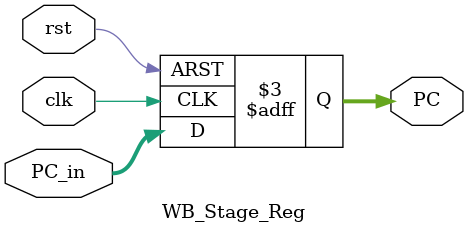
<source format=v>
module WB_Stage_Reg #(
    parameter DATA_LEN = 32,
    parameter ADDRESS_LEN = 32    
) (
    input wire           clk, rst,
    input wire  [31 : 0] PC_in,
    output reg  [31 : 0] PC
);

    always @(posedge clk or negedge rst) begin
        if(~rst) begin
            PC <= 'b0;
        end
        else begin
            PC <= PC_in;
        end
        
    end
    
endmodule
</source>
